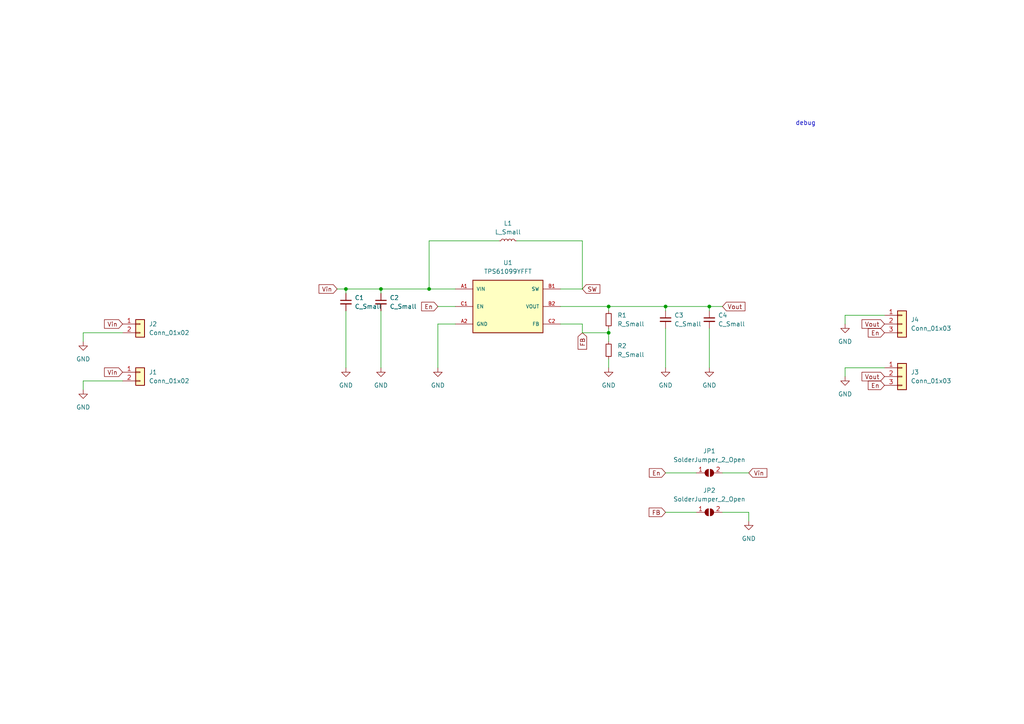
<source format=kicad_sch>
(kicad_sch (version 20231120) (generator "eeschema") (generator_version "8.0")
  (paper "A4")
  (title_block (title "<<ID>>_<<project_name>>") (date "<<date>>") (rev "<<version>>") (comment 4 "<<hash>>"))
  (lib_symbols
    (symbol "Connector_Generic:Conn_01x02" (pin_names (offset 1.016) hide)
      (property "Reference" "J" (at 0 2.54 0))
      (property "Value" "Conn_01x02" (at 0 -5.08 0))
      (symbol "Conn_01x02_1_1"
        (rectangle (start -1.27 -2.413) (end 0 -2.667) (stroke (width 0.1524)))
        (rectangle (start -1.27 0.127) (end 0 -0.127) (stroke (width 0.1524)))
        (rectangle (start -1.27 1.27) (end 1.27 -3.81) (stroke (width 0.254)) (fill (type background)))
        (pin passive line (at -5.08 0 0) (length 3.81) (name "Pin_1") (number "1"))
        (pin passive line (at -5.08 -2.54 0) (length 3.81) (name "Pin_2") (number "2"))
      )
    )
    (symbol "Connector_Generic:Conn_01x03" (pin_names (offset 1.016) hide)
      (property "Reference" "J" (at 0 5.08 0))
      (property "Value" "Conn_01x03" (at 0 -5.08 0))
      (symbol "Conn_01x03_1_1"
        (rectangle (start -1.27 -2.413) (end 0 -2.667) (stroke (width 0.1524)))
        (rectangle (start -1.27 0.127) (end 0 -0.127) (stroke (width 0.1524)))
        (rectangle (start -1.27 2.667) (end 0 2.413) (stroke (width 0.1524)))
        (rectangle (start -1.27 3.81) (end 1.27 -3.81) (stroke (width 0.254)) (fill (type background)))
        (pin passive line (at -5.08 2.54 0) (length 3.81) (name "Pin_1") (number "1"))
        (pin passive line (at -5.08 0 0) (length 3.81) (name "Pin_2") (number "2"))
        (pin passive line (at -5.08 -2.54 0) (length 3.81) (name "Pin_3") (number "3"))
      )
    )
    (symbol "Converter_DCDC_custom:TPS61099YFFT" (pin_names (offset 1.016))
      (property "Reference" "U1" (at 0 12.7 0))
      (property "Value" "TPS61099YFFT" (at 0 10.16 0))
      (symbol "TPS61099YFFT_0_0"
        (rectangle (start -10.16 -7.62) (end 10.16 7.62) (stroke (width 0.254)) (fill (type background)))
        (pin input line (at -15.24 5.08 0) (length 5.08) (name "VIN") (number "A1"))
        (pin power_in line (at -15.24 -5.08 0) (length 5.08) (name "GND") (number "A2"))
        (pin passive line (at 15.24 5.08 180) (length 5.08) (name "SW") (number "B1"))
        (pin output line (at 15.24 0 180) (length 5.08) (name "VOUT") (number "B2"))
        (pin input line (at -15.24 0 0) (length 5.08) (name "EN") (number "C1"))
        (pin input line (at 15.24 -5.08 180) (length 5.08) (name "FB") (number "C2"))
      )
    )
    (symbol "Device:C_Small" (pin_numbers hide) (pin_names (offset 0.254) hide)
      (property "Reference" "C" (at 0.254 1.778 0))
      (property "Value" "C_Small" (at 0.254 -2.032 0))
      (symbol "C_Small_0_1"
        (polyline (pts (xy -1.524 -0.508) (xy 1.524 -0.508)) (stroke (width 0.3302)))
        (polyline (pts (xy -1.524 0.508) (xy 1.524 0.508)) (stroke (width 0.3048)))
      )
      (symbol "C_Small_1_1"
        (pin passive line (at 0 2.54 270) (length 2.032) (name "~") (number "1"))
        (pin passive line (at 0 -2.54 90) (length 2.032) (name "~") (number "2"))
      )
    )
    (symbol "Device:L_Small" (pin_numbers hide) (pin_names (offset 0.254) hide)
      (property "Reference" "L" (at 0.762 1.016 0))
      (property "Value" "L_Small" (at 0.762 -1.016 0))
      (symbol "L_Small_0_1"
        (arc (start 0 -2.032) (mid 0.5058 -1.524) (end 0 -1.016))
        (arc (start 0 -1.016) (mid 0.5058 -0.508) (end 0 0))
        (arc (start 0 0) (mid 0.5058 0.508) (end 0 1.016))
        (arc (start 0 1.016) (mid 0.5058 1.524) (end 0 2.032))
      )
      (symbol "L_Small_1_1"
        (pin passive line (at 0 2.54 270) (length 0.508) (name "~") (number "1"))
        (pin passive line (at 0 -2.54 90) (length 0.508) (name "~") (number "2"))
      )
    )
    (symbol "Device:R_Small" (pin_numbers hide) (pin_names (offset 0.254) hide)
      (property "Reference" "R" (at 0.762 0.508 0))
      (property "Value" "R_Small" (at 0.762 -1.016 0))
      (symbol "R_Small_0_1"
        (rectangle (start -0.762 1.778) (end 0.762 -1.778) (stroke (width 0.2032)))
      )
      (symbol "R_Small_1_1"
        (pin passive line (at 0 2.54 270) (length 0.762) (name "~") (number "1"))
        (pin passive line (at 0 -2.54 90) (length 0.762) (name "~") (number "2"))
      )
    )
    (symbol "Jumper:SolderJumper_2_Open" (pin_names (offset 0) hide)
      (property "Reference" "JP" (at 0 2.032 0))
      (property "Value" "SolderJumper_2_Open" (at 0 -2.54 0))
      (symbol "SolderJumper_2_Open_0_1"
        (arc (start -0.254 1.016) (mid -1.2655 0) (end -0.254 -1.016))
        (arc (start -0.254 1.016) (mid -1.2655 0) (end -0.254 -1.016) (fill (type outline)))
        (polyline (pts (xy -0.254 1.016) (xy -0.254 -1.016)))
        (polyline (pts (xy 0.254 1.016) (xy 0.254 -1.016)))
        (arc (start 0.254 -1.016) (mid 1.2655 0) (end 0.254 1.016))
        (arc (start 0.254 -1.016) (mid 1.2655 0) (end 0.254 1.016) (fill (type outline)))
      )
      (symbol "SolderJumper_2_Open_1_1"
        (pin passive line (at -3.81 0 0) (length 2.54) (name "A") (number "1"))
        (pin passive line (at 3.81 0 180) (length 2.54) (name "B") (number "2"))
      )
    )
    (symbol "power:GND" (power) (pin_names (offset 0))
      (property "Value" "GND" (at 0 -3.81 0))
      (symbol "GND_0_1"
        (polyline (pts (xy 0 0) (xy 0 -1.27) (xy 1.27 -1.27) (xy 0 -2.54) (xy -1.27 -1.27) (xy 0 -1.27)))
      )
      (symbol "GND_1_1"
        (pin power_in line (at 0 0 270) (length 0) hide (name "GND") (number "1"))
      )
    )
  )
  (junction (at 100.33 83.82))
  (junction (at 205.74 88.9))
  (junction (at 193.04 88.9))
  (junction (at 110.49 83.82))
  (junction (at 176.53 96.52))
  (junction (at 176.53 88.9))
  (junction (at 124.46 83.82))
  (wire (pts (xy 176.53 96.52) (xy 176.53 99.06)))
  (wire (pts (xy 100.33 83.82) (xy 100.33 85.09)))
  (wire (pts (xy 245.11 109.22) (xy 245.11 106.68)))
  (wire (pts (xy 24.13 113.03) (xy 24.13 110.49)))
  (wire (pts (xy 144.78 69.85) (xy 124.46 69.85)))
  (wire (pts (xy 193.04 137.16) (xy 201.93 137.16)))
  (wire (pts (xy 162.56 93.98) (xy 168.91 93.98)))
  (wire (pts (xy 24.13 110.49) (xy 35.56 110.49)))
  (wire (pts (xy 124.46 69.85) (xy 124.46 83.82)))
  (wire (pts (xy 205.74 88.9) (xy 205.74 90.17)))
  (wire (pts (xy 176.53 90.17) (xy 176.53 88.9)))
  (wire (pts (xy 245.11 91.44) (xy 256.54 91.44)))
  (wire (pts (xy 162.56 88.9) (xy 176.53 88.9)))
  (wire (pts (xy 100.33 83.82) (xy 110.49 83.82)))
  (wire (pts (xy 176.53 88.9) (xy 193.04 88.9)))
  (wire (pts (xy 127 93.98) (xy 132.08 93.98)))
  (wire (pts (xy 209.55 148.59) (xy 217.17 148.59)))
  (wire (pts (xy 176.53 104.14) (xy 176.53 106.68)))
  (wire (pts (xy 110.49 83.82) (xy 110.49 85.09)))
  (wire (pts (xy 110.49 90.17) (xy 110.49 106.68)))
  (wire (pts (xy 24.13 96.52) (xy 35.56 96.52)))
  (wire (pts (xy 209.55 137.16) (xy 217.17 137.16)))
  (wire (pts (xy 168.91 83.82) (xy 168.91 69.85)))
  (wire (pts (xy 127 88.9) (xy 132.08 88.9)))
  (wire (pts (xy 110.49 83.82) (xy 124.46 83.82)))
  (wire (pts (xy 100.33 90.17) (xy 100.33 106.68)))
  (wire (pts (xy 168.91 83.82) (xy 162.56 83.82)))
  (wire (pts (xy 245.11 106.68) (xy 256.54 106.68)))
  (wire (pts (xy 124.46 83.82) (xy 132.08 83.82)))
  (wire (pts (xy 24.13 99.06) (xy 24.13 96.52)))
  (wire (pts (xy 205.74 95.25) (xy 205.74 106.68)))
  (wire (pts (xy 193.04 88.9) (xy 205.74 88.9)))
  (wire (pts (xy 97.79 83.82) (xy 100.33 83.82)))
  (wire (pts (xy 168.91 93.98) (xy 168.91 96.52)))
  (wire (pts (xy 176.53 95.25) (xy 176.53 96.52)))
  (wire (pts (xy 245.11 93.98) (xy 245.11 91.44)))
  (wire (pts (xy 205.74 88.9) (xy 209.55 88.9)))
  (wire (pts (xy 168.91 69.85) (xy 149.86 69.85)))
  (wire (pts (xy 217.17 148.59) (xy 217.17 151.13)))
  (wire (pts (xy 168.91 96.52) (xy 176.53 96.52)))
  (wire (pts (xy 193.04 148.59) (xy 201.93 148.59)))
  (wire (pts (xy 127 106.68) (xy 127 93.98)))
  (wire (pts (xy 193.04 88.9) (xy 193.04 90.17)))
  (wire (pts (xy 193.04 95.25) (xy 193.04 106.68)))
  (text "debug" (at 233.68 35.814 0) (effects (font (size 1.27 1.27))))
  (global_label "En" (shape input) (at 256.54 96.52 180) (property "Intersheetrefs" "${INTERSHEET_REFS}" (effects (hide yes))))
  (global_label "FB" (shape input) (at 168.91 96.52 270) (property "Intersheetrefs" "${INTERSHEET_REFS}" (effects (hide yes))))
  (global_label "Vin" (shape input) (at 97.79 83.82 180) (property "Intersheetrefs" "${INTERSHEET_REFS}" (effects (hide yes))))
  (global_label "SW" (shape input) (at 168.91 83.82 0) (property "Intersheetrefs" "${INTERSHEET_REFS}" (effects (hide yes))))
  (global_label "Vout" (shape input) (at 256.54 109.22 180) (property "Intersheetrefs" "${INTERSHEET_REFS}" (effects (hide yes))))
  (global_label "Vin" (shape input) (at 35.56 93.98 180) (property "Intersheetrefs" "${INTERSHEET_REFS}" (effects (hide yes))))
  (global_label "En" (shape input) (at 193.04 137.16 180) (property "Intersheetrefs" "${INTERSHEET_REFS}" (effects (hide yes))))
  (global_label "FB" (shape input) (at 193.04 148.59 180) (property "Intersheetrefs" "${INTERSHEET_REFS}" (effects (hide yes))))
  (global_label "Vin" (shape input) (at 217.17 137.16 0) (property "Intersheetrefs" "${INTERSHEET_REFS}" (effects (hide yes))))
  (global_label "En" (shape input) (at 256.54 111.76 180) (property "Intersheetrefs" "${INTERSHEET_REFS}" (effects (hide yes))))
  (global_label "Vin" (shape input) (at 35.56 107.95 180) (property "Intersheetrefs" "${INTERSHEET_REFS}" (effects (hide yes))))
  (global_label "Vout" (shape input) (at 209.55 88.9 0) (property "Intersheetrefs" "${INTERSHEET_REFS}" (effects (hide yes))))
  (global_label "En" (shape input) (at 127 88.9 180) (property "Intersheetrefs" "${INTERSHEET_REFS}" (effects (hide yes))))
  (global_label "Vout" (shape input) (at 256.54 93.98 180) (property "Intersheetrefs" "${INTERSHEET_REFS}" (effects (hide yes))))
  (symbol (lib_id "Device:C_Small") (at 205.74 92.71 0) (unit 1)
    (property "Reference" "C4" (at 208.28 91.4462 0) (effects (justify left)))
    (property "Value" "C_Small" (at 208.28 93.9862 0) (effects (justify left)))
    (property "Footprint" "Capacitor_SMD:C_0805_2012Metric" (effects (hide yes)))
  )
  (symbol (lib_id "power:GND") (at 176.53 106.68 0) (unit 1)
    (property "Reference" "#PWR04" (effects (hide yes)))
    (property "Value" "GND" (at 176.53 111.76 0))
  )
  (symbol (lib_id "power:GND") (at 127 106.68 0) (unit 1)
    (property "Reference" "#PWR03" (effects (hide yes)))
    (property "Value" "GND" (at 127 111.76 0))
  )
  (symbol (lib_id "Device:R_Small") (at 176.53 101.6 0) (unit 1)
    (property "Reference" "R2" (at 179.07 100.3299 0) (effects (justify left)))
    (property "Value" "R_Small" (at 179.07 102.8699 0) (effects (justify left)))
    (property "Footprint" "Resistor_SMD:R_0805_2012Metric" (effects (hide yes)))
  )
  (symbol (lib_id "power:GND") (at 24.13 113.03 0) (unit 1)
    (property "Reference" "#PWR0105" (effects (hide yes)))
    (property "Value" "GND" (at 24.13 118.11 0))
  )
  (symbol (lib_id "Jumper:SolderJumper_2_Open") (at 205.74 148.59 0) (unit 1)
    (property "Reference" "JP2" (at 205.74 142.24 0))
    (property "Value" "SolderJumper_2_Open" (at 205.74 144.78 0))
    (property "Footprint" "Jumper:SolderJumper-2_P1.3mm_Open_RoundedPad1.0x1.5mm" (effects (hide yes)))
  )
  (symbol (lib_id "Device:R_Small") (at 176.53 92.71 0) (unit 1)
    (property "Reference" "R1" (at 179.07 91.4399 0) (effects (justify left)))
    (property "Value" "R_Small" (at 179.07 93.9799 0) (effects (justify left)))
    (property "Footprint" "Resistor_SMD:R_0805_2012Metric" (effects (hide yes)))
  )
  (symbol (lib_id "Connector_Generic:Conn_01x03") (at 261.62 109.22 0) (unit 1)
    (property "Reference" "J3" (at 264.16 107.9499 0) (effects (justify left)))
    (property "Value" "Conn_01x03" (at 264.16 110.4899 0) (effects (justify left)))
    (property "Footprint" "Connector_PinHeader_2.54mm:PinHeader_1x03_P2.54mm_Vertical" (effects (hide yes)))
  )
  (symbol (lib_id "power:GND") (at 193.04 106.68 0) (unit 1)
    (property "Reference" "#PWR05" (effects (hide yes)))
    (property "Value" "GND" (at 193.04 111.76 0))
  )
  (symbol (lib_id "Converter_DCDC_custom:TPS61099YFFT") (at 147.32 88.9 0) (unit 1)
    (property "Reference" "U1" (at 147.32 76.2 0))
    (property "Value" "TPS61099YFFT" (at 147.32 78.74 0))
    (property "Footprint" "Converter_DCDC_custom:BGA6N40P3X2_122X88X62N" (effects (hide yes)))
    (property "STANDARD" "IPC 7351B" (effects (hide yes)))
    (property "PARTREV" "K" (effects (hide yes)))
    (property "MAXIMUM_PACKAGE_HEIGHT" "0.625mm" (effects (hide yes)))
    (property "MANUFACTURER" "Texas Instruments" (effects (hide yes)))
  )
  (symbol (lib_id "Device:C_Small") (at 100.33 87.63 0) (unit 1)
    (property "Reference" "C1" (at 102.87 86.3662 0) (effects (justify left)))
    (property "Value" "C_Small" (at 102.87 88.9062 0) (effects (justify left)))
    (property "Footprint" "Capacitor_SMD:C_0805_2012Metric" (effects (hide yes)))
  )
  (symbol (lib_id "power:GND") (at 245.11 93.98 0) (unit 1)
    (property "Reference" "#PWR0101" (effects (hide yes)))
    (property "Value" "GND" (at 245.11 99.06 0))
  )
  (symbol (lib_id "power:GND") (at 110.49 106.68 0) (unit 1)
    (property "Reference" "#PWR02" (effects (hide yes)))
    (property "Value" "GND" (at 110.49 111.76 0))
  )
  (symbol (lib_id "power:GND") (at 217.17 151.13 0) (unit 1)
    (property "Reference" "#PWR0102" (effects (hide yes)))
    (property "Value" "GND" (at 217.17 156.21 0))
  )
  (symbol (lib_id "power:GND") (at 205.74 106.68 0) (unit 1)
    (property "Reference" "#PWR06" (effects (hide yes)))
    (property "Value" "GND" (at 205.74 111.76 0))
  )
  (symbol (lib_id "Jumper:SolderJumper_2_Open") (at 205.74 137.16 0) (unit 1)
    (property "Reference" "JP1" (at 205.74 130.81 0))
    (property "Value" "SolderJumper_2_Open" (at 205.74 133.35 0))
    (property "Footprint" "Jumper:SolderJumper-2_P1.3mm_Open_RoundedPad1.0x1.5mm" (effects (hide yes)))
  )
  (symbol (lib_id "power:GND") (at 24.13 99.06 0) (unit 1)
    (property "Reference" "#PWR0104" (effects (hide yes)))
    (property "Value" "GND" (at 24.13 104.14 0))
  )
  (symbol (lib_id "power:GND") (at 245.11 109.22 0) (unit 1)
    (property "Reference" "#PWR0103" (effects (hide yes)))
    (property "Value" "GND" (at 245.11 114.3 0))
  )
  (symbol (lib_id "Connector_Generic:Conn_01x02") (at 40.64 93.98 0) (unit 1)
    (property "Reference" "J2" (at 43.18 93.9799 0) (effects (justify left)))
    (property "Value" "Conn_01x02" (at 43.18 96.5199 0) (effects (justify left)))
    (property "Footprint" "Connector_PinHeader_2.54mm:PinHeader_1x02_P2.54mm_Vertical" (effects (hide yes)))
  )
  (symbol (lib_id "power:GND") (at 100.33 106.68 0) (unit 1)
    (property "Reference" "#PWR01" (effects (hide yes)))
    (property "Value" "GND" (at 100.33 111.76 0))
  )
  (symbol (lib_id "Device:C_Small") (at 110.49 87.63 0) (unit 1)
    (property "Reference" "C2" (at 113.03 86.3662 0) (effects (justify left)))
    (property "Value" "C_Small" (at 113.03 88.9062 0) (effects (justify left)))
    (property "Footprint" "Capacitor_SMD:C_0805_2012Metric" (effects (hide yes)))
  )
  (symbol (lib_id "Connector_Generic:Conn_01x03") (at 261.62 93.98 0) (unit 1)
    (property "Reference" "J4" (at 264.16 92.7099 0) (effects (justify left)))
    (property "Value" "Conn_01x03" (at 264.16 95.2499 0) (effects (justify left)))
    (property "Footprint" "Connector_PinHeader_2.54mm:PinHeader_1x03_P2.54mm_Vertical" (effects (hide yes)))
  )
  (symbol (lib_id "Device:L_Small") (at 147.32 69.85 90) (unit 1)
    (property "Reference" "L1" (at 147.32 64.77 90))
    (property "Value" "L_Small" (at 147.32 67.31 90))
    (property "Footprint" "Inductor_SMD:L_1008_2520Metric" (effects (hide yes)))
  )
  (symbol (lib_id "Connector_Generic:Conn_01x02") (at 40.64 107.95 0) (unit 1)
    (property "Reference" "J1" (at 43.18 107.9499 0) (effects (justify left)))
    (property "Value" "Conn_01x02" (at 43.18 110.4899 0) (effects (justify left)))
    (property "Footprint" "Connector_PinHeader_2.54mm:PinHeader_1x02_P2.54mm_Vertical" (effects (hide yes)))
  )
  (symbol (lib_id "Device:C_Small") (at 193.04 92.71 0) (unit 1)
    (property "Reference" "C3" (at 195.58 91.4462 0) (effects (justify left)))
    (property "Value" "C_Small" (at 195.58 93.9862 0) (effects (justify left)))
    (property "Footprint" "Capacitor_SMD:C_0805_2012Metric" (effects (hide yes)))
  )
)
</source>
